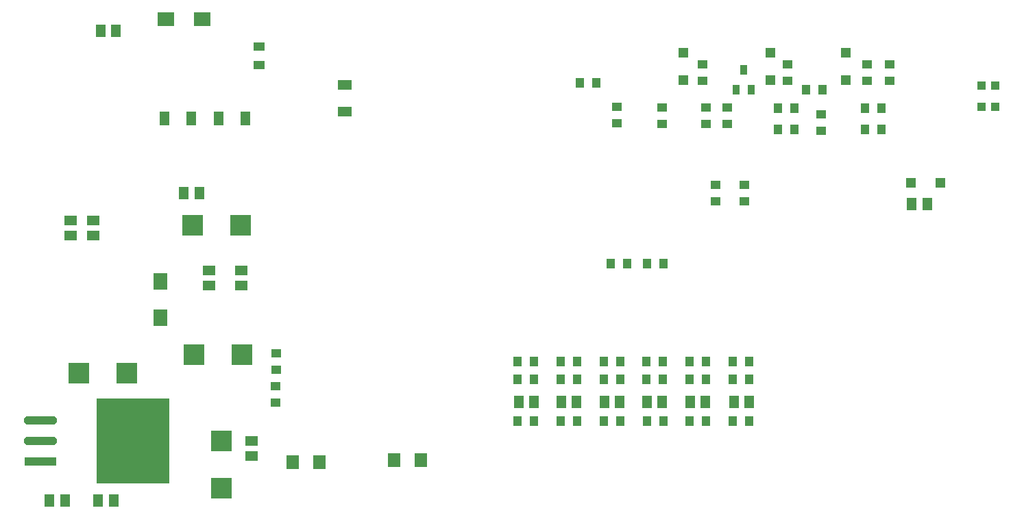
<source format=gbp>
G04*
G04 #@! TF.GenerationSoftware,Altium Limited,Altium Designer,20.2.6 (244)*
G04*
G04 Layer_Color=128*
%FSLAX43Y43*%
%MOMM*%
G71*
G04*
G04 #@! TF.SameCoordinates,50BE3A92-8E6F-42E2-A157-1F0C76B00AEB*
G04*
G04*
G04 #@! TF.FilePolarity,Positive*
G04*
G01*
G75*
%ADD30R,1.397X1.000*%
%ADD32R,1.270X1.016*%
%ADD37R,1.500X1.300*%
%ADD41R,1.300X1.500*%
%ADD42R,1.016X1.270*%
%ADD56R,2.500X2.500*%
%ADD160R,1.270X1.651*%
%ADD161R,1.524X1.651*%
%ADD162R,1.800X2.000*%
%ADD163R,1.651X1.270*%
%ADD164R,2.000X1.800*%
%ADD165R,2.500X2.500*%
%ADD166R,1.200X1.200*%
%ADD167R,0.850X1.200*%
%ADD168R,4.000X1.100*%
G04:AMPARAMS|DCode=169|XSize=1.1mm|YSize=4mm|CornerRadius=0mm|HoleSize=0mm|Usage=FLASHONLY|Rotation=270.000|XOffset=0mm|YOffset=0mm|HoleType=Round|Shape=Octagon|*
%AMOCTAGOND169*
4,1,8,2.000,0.275,2.000,-0.275,1.725,-0.550,-1.725,-0.550,-2.000,-0.275,-2.000,0.275,-1.725,0.550,1.725,0.550,2.000,0.275,0.0*
%
%ADD169OCTAGOND169*%

%ADD170R,9.000X10.500*%
%ADD171R,1.270X1.270*%
%ADD172R,1.100X1.000*%
D30*
X43764Y68453D02*
D03*
Y70739D02*
D03*
D32*
X45857Y32817D02*
D03*
Y30785D02*
D03*
X45755Y28702D02*
D03*
Y26670D02*
D03*
X98556Y68529D02*
D03*
Y66497D02*
D03*
X87964Y63297D02*
D03*
Y61265D02*
D03*
X113186Y62382D02*
D03*
Y60350D02*
D03*
X98937Y63195D02*
D03*
Y61163D02*
D03*
X103722Y53645D02*
D03*
Y51613D02*
D03*
X100140Y53645D02*
D03*
Y51613D02*
D03*
X93527Y63195D02*
D03*
Y61163D02*
D03*
X101604Y63195D02*
D03*
Y61163D02*
D03*
X109011Y66497D02*
D03*
Y68529D02*
D03*
X121644Y66497D02*
D03*
Y68529D02*
D03*
X118876D02*
D03*
Y66497D02*
D03*
D37*
X23226Y49230D02*
D03*
Y47330D02*
D03*
X20432Y49230D02*
D03*
Y47330D02*
D03*
X42835Y20101D02*
D03*
Y22001D02*
D03*
X37570Y43073D02*
D03*
Y41173D02*
D03*
X41507Y43073D02*
D03*
Y41173D02*
D03*
D41*
X93532Y26829D02*
D03*
X91632D02*
D03*
X104286D02*
D03*
X102386D02*
D03*
X98902D02*
D03*
X97002D02*
D03*
X88284D02*
D03*
X86384D02*
D03*
X82950D02*
D03*
X81050D02*
D03*
X77718D02*
D03*
X75818D02*
D03*
X23864Y14598D02*
D03*
X25764D02*
D03*
X17840D02*
D03*
X19740D02*
D03*
X126272Y51239D02*
D03*
X124372D02*
D03*
X36356Y52596D02*
D03*
X34456D02*
D03*
X24180Y72676D02*
D03*
X26080D02*
D03*
D42*
X85424Y66218D02*
D03*
X83392D02*
D03*
X118622Y60477D02*
D03*
X120654D02*
D03*
X118596Y63119D02*
D03*
X120628D02*
D03*
X93577Y29616D02*
D03*
X91545D02*
D03*
X83036Y24409D02*
D03*
X81004D02*
D03*
X83036Y29616D02*
D03*
X81004D02*
D03*
X80979Y31775D02*
D03*
X83011D02*
D03*
X77702Y24409D02*
D03*
X75670D02*
D03*
X89183Y43932D02*
D03*
X87151D02*
D03*
X91647Y43926D02*
D03*
X93679D02*
D03*
X111281Y65415D02*
D03*
X113313D02*
D03*
X86313Y31775D02*
D03*
X88345D02*
D03*
X107852Y63119D02*
D03*
X109884D02*
D03*
X107852Y60477D02*
D03*
X109884D02*
D03*
X102213Y24409D02*
D03*
X104245D02*
D03*
X102213Y29616D02*
D03*
X104245D02*
D03*
X104271Y31775D02*
D03*
X102239D02*
D03*
X91672Y24409D02*
D03*
X93704D02*
D03*
X93628Y31775D02*
D03*
X91596D02*
D03*
X96879Y24409D02*
D03*
X98911D02*
D03*
X96879Y29616D02*
D03*
X98911D02*
D03*
X98962Y31775D02*
D03*
X96930D02*
D03*
X75670Y29616D02*
D03*
X77702D02*
D03*
Y31775D02*
D03*
X75670D02*
D03*
X86338Y24409D02*
D03*
X88370D02*
D03*
X86338Y29616D02*
D03*
X88370D02*
D03*
D56*
X21488Y30378D02*
D03*
X27388D02*
D03*
X41586Y32664D02*
D03*
X35686D02*
D03*
X41459Y48666D02*
D03*
X35559D02*
D03*
D160*
X38735Y61874D02*
D03*
X42037D02*
D03*
X32080D02*
D03*
X35382D02*
D03*
D161*
X51181Y19355D02*
D03*
X47879D02*
D03*
X63729Y19609D02*
D03*
X60427D02*
D03*
D162*
X31572Y41709D02*
D03*
Y37234D02*
D03*
D163*
X54356Y65989D02*
D03*
Y62687D02*
D03*
D164*
X32234Y74117D02*
D03*
X36709D02*
D03*
D165*
X39044Y16101D02*
D03*
Y22001D02*
D03*
D166*
X96168Y70000D02*
D03*
Y66550D02*
D03*
X106862D02*
D03*
Y70000D02*
D03*
X116183D02*
D03*
Y66550D02*
D03*
D167*
X104560Y65380D02*
D03*
X102671Y65385D02*
D03*
X103610Y67880D02*
D03*
D168*
X16752Y19406D02*
D03*
D169*
X16752Y21946D02*
D03*
X16752Y24486D02*
D03*
D170*
X28147Y21946D02*
D03*
D171*
X127889Y53899D02*
D03*
X124289D02*
D03*
D172*
X134712Y65938D02*
D03*
X133012D02*
D03*
X134686Y63271D02*
D03*
X132986D02*
D03*
M02*

</source>
